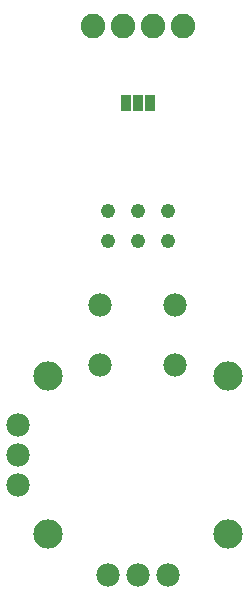
<source format=gbs>
G04 #@! TF.FileFunction,Soldermask,Bot*
%FSLAX46Y46*%
G04 Gerber Fmt 4.6, Leading zero omitted, Abs format (unit mm)*
G04 Created by KiCad (PCBNEW 4.0.6) date 02/21/18 15:14:43*
%MOMM*%
%LPD*%
G01*
G04 APERTURE LIST*
%ADD10C,0.100000*%
%ADD11C,1.981200*%
%ADD12C,2.489200*%
%ADD13C,2.082800*%
%ADD14C,1.219200*%
%ADD15R,0.838200X1.473200*%
G04 APERTURE END LIST*
D10*
D11*
X146685000Y-116840000D03*
X153035000Y-116840000D03*
X146685000Y-121920000D03*
X153035000Y-121920000D03*
X147320000Y-139700000D03*
X149860000Y-139700000D03*
X152400000Y-139700000D03*
D12*
X142240000Y-122872500D03*
X142240000Y-136207500D03*
X157480000Y-136207500D03*
X157480000Y-122872500D03*
D11*
X139700000Y-127000000D03*
X139700000Y-129540000D03*
X139700000Y-132080000D03*
D13*
X146050000Y-93218000D03*
X148590000Y-93218000D03*
X151130000Y-93218000D03*
X153670000Y-93218000D03*
D14*
X152400000Y-108864400D03*
X152400000Y-111404400D03*
X149860000Y-108864400D03*
X149860000Y-111404400D03*
X147320000Y-108864400D03*
X147320000Y-111404400D03*
D15*
X148844000Y-99771200D03*
X149860000Y-99771200D03*
X150876000Y-99771200D03*
M02*

</source>
